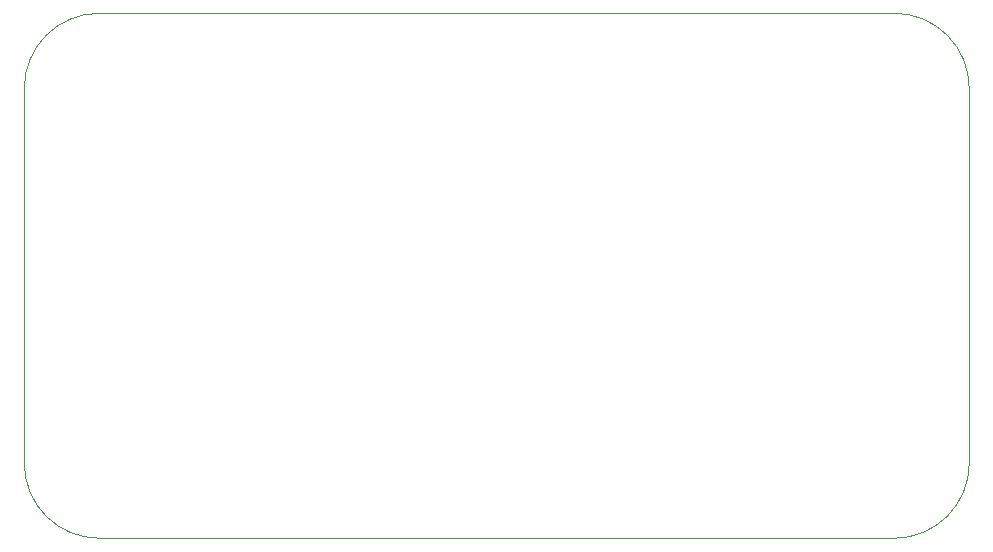
<source format=gbr>
%TF.GenerationSoftware,KiCad,Pcbnew,(5.1.8)-1*%
%TF.CreationDate,2021-01-25T11:57:41-05:00*%
%TF.ProjectId,Analog_Panel,416e616c-6f67-45f5-9061-6e656c2e6b69,rev?*%
%TF.SameCoordinates,Original*%
%TF.FileFunction,Profile,NP*%
%FSLAX46Y46*%
G04 Gerber Fmt 4.6, Leading zero omitted, Abs format (unit mm)*
G04 Created by KiCad (PCBNEW (5.1.8)-1) date 2021-01-25 11:57:41*
%MOMM*%
%LPD*%
G01*
G04 APERTURE LIST*
%TA.AperFunction,Profile*%
%ADD10C,0.100000*%
%TD*%
G04 APERTURE END LIST*
D10*
X31750000Y-62230000D02*
X99060000Y-62230000D01*
X25400000Y-24130000D02*
X25400000Y-55880000D01*
X99060000Y-17780000D02*
X31750000Y-17780000D01*
X105410000Y-55880000D02*
X105410000Y-24130000D01*
X99060000Y-17780000D02*
G75*
G02*
X105410000Y-24130000I0J-6350000D01*
G01*
X105410000Y-55880000D02*
G75*
G02*
X99060000Y-62230000I-6350000J0D01*
G01*
X31750000Y-62230000D02*
G75*
G02*
X25400000Y-55880000I0J6350000D01*
G01*
X25400000Y-24130000D02*
G75*
G02*
X31750000Y-17780000I6350000J0D01*
G01*
M02*

</source>
